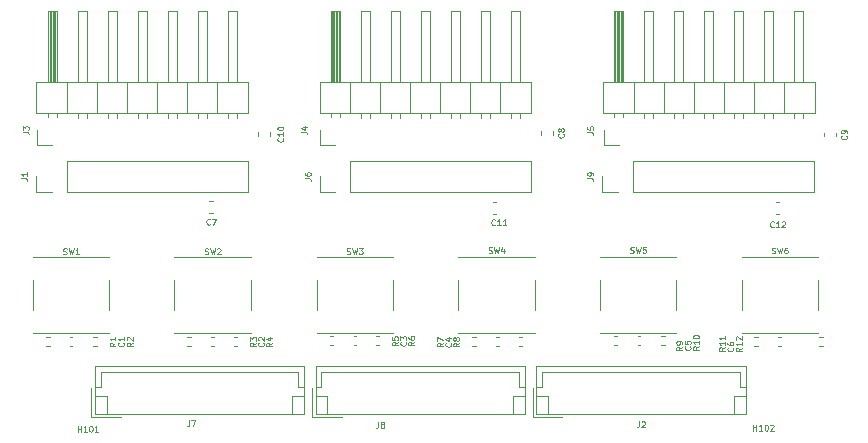
<source format=gbr>
%TF.GenerationSoftware,KiCad,Pcbnew,9.0.0*%
%TF.CreationDate,2025-03-20T15:52:25+01:00*%
%TF.ProjectId,PCB_secondaire,5043425f-7365-4636-9f6e-64616972652e,rev?*%
%TF.SameCoordinates,Original*%
%TF.FileFunction,Legend,Top*%
%TF.FilePolarity,Positive*%
%FSLAX46Y46*%
G04 Gerber Fmt 4.6, Leading zero omitted, Abs format (unit mm)*
G04 Created by KiCad (PCBNEW 9.0.0) date 2025-03-20 15:52:25*
%MOMM*%
%LPD*%
G01*
G04 APERTURE LIST*
%ADD10C,0.125000*%
%ADD11C,0.120000*%
G04 APERTURE END LIST*
D10*
X105814809Y-147073333D02*
X105576714Y-147239999D01*
X105814809Y-147359047D02*
X105314809Y-147359047D01*
X105314809Y-147359047D02*
X105314809Y-147168571D01*
X105314809Y-147168571D02*
X105338619Y-147120952D01*
X105338619Y-147120952D02*
X105362428Y-147097142D01*
X105362428Y-147097142D02*
X105410047Y-147073333D01*
X105410047Y-147073333D02*
X105481476Y-147073333D01*
X105481476Y-147073333D02*
X105529095Y-147097142D01*
X105529095Y-147097142D02*
X105552904Y-147120952D01*
X105552904Y-147120952D02*
X105576714Y-147168571D01*
X105576714Y-147168571D02*
X105576714Y-147359047D01*
X105362428Y-146882856D02*
X105338619Y-146859047D01*
X105338619Y-146859047D02*
X105314809Y-146811428D01*
X105314809Y-146811428D02*
X105314809Y-146692380D01*
X105314809Y-146692380D02*
X105338619Y-146644761D01*
X105338619Y-146644761D02*
X105362428Y-146620952D01*
X105362428Y-146620952D02*
X105410047Y-146597142D01*
X105410047Y-146597142D02*
X105457666Y-146597142D01*
X105457666Y-146597142D02*
X105529095Y-146620952D01*
X105529095Y-146620952D02*
X105814809Y-146906666D01*
X105814809Y-146906666D02*
X105814809Y-146597142D01*
X99933334Y-139581000D02*
X100004762Y-139604809D01*
X100004762Y-139604809D02*
X100123810Y-139604809D01*
X100123810Y-139604809D02*
X100171429Y-139581000D01*
X100171429Y-139581000D02*
X100195238Y-139557190D01*
X100195238Y-139557190D02*
X100219048Y-139509571D01*
X100219048Y-139509571D02*
X100219048Y-139461952D01*
X100219048Y-139461952D02*
X100195238Y-139414333D01*
X100195238Y-139414333D02*
X100171429Y-139390523D01*
X100171429Y-139390523D02*
X100123810Y-139366714D01*
X100123810Y-139366714D02*
X100028572Y-139342904D01*
X100028572Y-139342904D02*
X99980953Y-139319095D01*
X99980953Y-139319095D02*
X99957143Y-139295285D01*
X99957143Y-139295285D02*
X99933334Y-139247666D01*
X99933334Y-139247666D02*
X99933334Y-139200047D01*
X99933334Y-139200047D02*
X99957143Y-139152428D01*
X99957143Y-139152428D02*
X99980953Y-139128619D01*
X99980953Y-139128619D02*
X100028572Y-139104809D01*
X100028572Y-139104809D02*
X100147619Y-139104809D01*
X100147619Y-139104809D02*
X100219048Y-139128619D01*
X100385714Y-139104809D02*
X100504762Y-139604809D01*
X100504762Y-139604809D02*
X100600000Y-139247666D01*
X100600000Y-139247666D02*
X100695238Y-139604809D01*
X100695238Y-139604809D02*
X100814286Y-139104809D01*
X101266667Y-139604809D02*
X100980953Y-139604809D01*
X101123810Y-139604809D02*
X101123810Y-139104809D01*
X101123810Y-139104809D02*
X101076191Y-139176238D01*
X101076191Y-139176238D02*
X101028572Y-139223857D01*
X101028572Y-139223857D02*
X100980953Y-139247666D01*
X117634809Y-147083333D02*
X117396714Y-147249999D01*
X117634809Y-147369047D02*
X117134809Y-147369047D01*
X117134809Y-147369047D02*
X117134809Y-147178571D01*
X117134809Y-147178571D02*
X117158619Y-147130952D01*
X117158619Y-147130952D02*
X117182428Y-147107142D01*
X117182428Y-147107142D02*
X117230047Y-147083333D01*
X117230047Y-147083333D02*
X117301476Y-147083333D01*
X117301476Y-147083333D02*
X117349095Y-147107142D01*
X117349095Y-147107142D02*
X117372904Y-147130952D01*
X117372904Y-147130952D02*
X117396714Y-147178571D01*
X117396714Y-147178571D02*
X117396714Y-147369047D01*
X117301476Y-146654761D02*
X117634809Y-146654761D01*
X117111000Y-146773809D02*
X117468142Y-146892856D01*
X117468142Y-146892856D02*
X117468142Y-146583333D01*
X144314809Y-133166666D02*
X144671952Y-133166666D01*
X144671952Y-133166666D02*
X144743380Y-133190475D01*
X144743380Y-133190475D02*
X144791000Y-133238094D01*
X144791000Y-133238094D02*
X144814809Y-133309523D01*
X144814809Y-133309523D02*
X144814809Y-133357142D01*
X144814809Y-132904761D02*
X144814809Y-132809523D01*
X144814809Y-132809523D02*
X144791000Y-132761904D01*
X144791000Y-132761904D02*
X144767190Y-132738095D01*
X144767190Y-132738095D02*
X144695761Y-132690476D01*
X144695761Y-132690476D02*
X144600523Y-132666666D01*
X144600523Y-132666666D02*
X144410047Y-132666666D01*
X144410047Y-132666666D02*
X144362428Y-132690476D01*
X144362428Y-132690476D02*
X144338619Y-132714285D01*
X144338619Y-132714285D02*
X144314809Y-132761904D01*
X144314809Y-132761904D02*
X144314809Y-132857142D01*
X144314809Y-132857142D02*
X144338619Y-132904761D01*
X144338619Y-132904761D02*
X144362428Y-132928571D01*
X144362428Y-132928571D02*
X144410047Y-132952380D01*
X144410047Y-132952380D02*
X144529095Y-132952380D01*
X144529095Y-132952380D02*
X144576714Y-132928571D01*
X144576714Y-132928571D02*
X144600523Y-132904761D01*
X144600523Y-132904761D02*
X144624333Y-132857142D01*
X144624333Y-132857142D02*
X144624333Y-132761904D01*
X144624333Y-132761904D02*
X144600523Y-132714285D01*
X144600523Y-132714285D02*
X144576714Y-132690476D01*
X144576714Y-132690476D02*
X144529095Y-132666666D01*
X123943334Y-139561000D02*
X124014762Y-139584809D01*
X124014762Y-139584809D02*
X124133810Y-139584809D01*
X124133810Y-139584809D02*
X124181429Y-139561000D01*
X124181429Y-139561000D02*
X124205238Y-139537190D01*
X124205238Y-139537190D02*
X124229048Y-139489571D01*
X124229048Y-139489571D02*
X124229048Y-139441952D01*
X124229048Y-139441952D02*
X124205238Y-139394333D01*
X124205238Y-139394333D02*
X124181429Y-139370523D01*
X124181429Y-139370523D02*
X124133810Y-139346714D01*
X124133810Y-139346714D02*
X124038572Y-139322904D01*
X124038572Y-139322904D02*
X123990953Y-139299095D01*
X123990953Y-139299095D02*
X123967143Y-139275285D01*
X123967143Y-139275285D02*
X123943334Y-139227666D01*
X123943334Y-139227666D02*
X123943334Y-139180047D01*
X123943334Y-139180047D02*
X123967143Y-139132428D01*
X123967143Y-139132428D02*
X123990953Y-139108619D01*
X123990953Y-139108619D02*
X124038572Y-139084809D01*
X124038572Y-139084809D02*
X124157619Y-139084809D01*
X124157619Y-139084809D02*
X124229048Y-139108619D01*
X124395714Y-139084809D02*
X124514762Y-139584809D01*
X124514762Y-139584809D02*
X124610000Y-139227666D01*
X124610000Y-139227666D02*
X124705238Y-139584809D01*
X124705238Y-139584809D02*
X124824286Y-139084809D01*
X124967143Y-139084809D02*
X125276667Y-139084809D01*
X125276667Y-139084809D02*
X125110000Y-139275285D01*
X125110000Y-139275285D02*
X125181429Y-139275285D01*
X125181429Y-139275285D02*
X125229048Y-139299095D01*
X125229048Y-139299095D02*
X125252857Y-139322904D01*
X125252857Y-139322904D02*
X125276667Y-139370523D01*
X125276667Y-139370523D02*
X125276667Y-139489571D01*
X125276667Y-139489571D02*
X125252857Y-139537190D01*
X125252857Y-139537190D02*
X125229048Y-139561000D01*
X125229048Y-139561000D02*
X125181429Y-139584809D01*
X125181429Y-139584809D02*
X125038572Y-139584809D01*
X125038572Y-139584809D02*
X124990953Y-139561000D01*
X124990953Y-139561000D02*
X124967143Y-139537190D01*
X101152857Y-154624809D02*
X101152857Y-154124809D01*
X101152857Y-154362904D02*
X101438571Y-154362904D01*
X101438571Y-154624809D02*
X101438571Y-154124809D01*
X101938572Y-154624809D02*
X101652858Y-154624809D01*
X101795715Y-154624809D02*
X101795715Y-154124809D01*
X101795715Y-154124809D02*
X101748096Y-154196238D01*
X101748096Y-154196238D02*
X101700477Y-154243857D01*
X101700477Y-154243857D02*
X101652858Y-154267666D01*
X102248095Y-154124809D02*
X102295714Y-154124809D01*
X102295714Y-154124809D02*
X102343333Y-154148619D01*
X102343333Y-154148619D02*
X102367143Y-154172428D01*
X102367143Y-154172428D02*
X102390952Y-154220047D01*
X102390952Y-154220047D02*
X102414762Y-154315285D01*
X102414762Y-154315285D02*
X102414762Y-154434333D01*
X102414762Y-154434333D02*
X102390952Y-154529571D01*
X102390952Y-154529571D02*
X102367143Y-154577190D01*
X102367143Y-154577190D02*
X102343333Y-154601000D01*
X102343333Y-154601000D02*
X102295714Y-154624809D01*
X102295714Y-154624809D02*
X102248095Y-154624809D01*
X102248095Y-154624809D02*
X102200476Y-154601000D01*
X102200476Y-154601000D02*
X102176667Y-154577190D01*
X102176667Y-154577190D02*
X102152857Y-154529571D01*
X102152857Y-154529571D02*
X102129048Y-154434333D01*
X102129048Y-154434333D02*
X102129048Y-154315285D01*
X102129048Y-154315285D02*
X102152857Y-154220047D01*
X102152857Y-154220047D02*
X102176667Y-154172428D01*
X102176667Y-154172428D02*
X102200476Y-154148619D01*
X102200476Y-154148619D02*
X102248095Y-154124809D01*
X102890952Y-154624809D02*
X102605238Y-154624809D01*
X102748095Y-154624809D02*
X102748095Y-154124809D01*
X102748095Y-154124809D02*
X102700476Y-154196238D01*
X102700476Y-154196238D02*
X102652857Y-154243857D01*
X102652857Y-154243857D02*
X102605238Y-154267666D01*
X116264809Y-147083333D02*
X116026714Y-147249999D01*
X116264809Y-147369047D02*
X115764809Y-147369047D01*
X115764809Y-147369047D02*
X115764809Y-147178571D01*
X115764809Y-147178571D02*
X115788619Y-147130952D01*
X115788619Y-147130952D02*
X115812428Y-147107142D01*
X115812428Y-147107142D02*
X115860047Y-147083333D01*
X115860047Y-147083333D02*
X115931476Y-147083333D01*
X115931476Y-147083333D02*
X115979095Y-147107142D01*
X115979095Y-147107142D02*
X116002904Y-147130952D01*
X116002904Y-147130952D02*
X116026714Y-147178571D01*
X116026714Y-147178571D02*
X116026714Y-147369047D01*
X115764809Y-146916666D02*
X115764809Y-146607142D01*
X115764809Y-146607142D02*
X115955285Y-146773809D01*
X115955285Y-146773809D02*
X115955285Y-146702380D01*
X115955285Y-146702380D02*
X115979095Y-146654761D01*
X115979095Y-146654761D02*
X116002904Y-146630952D01*
X116002904Y-146630952D02*
X116050523Y-146607142D01*
X116050523Y-146607142D02*
X116169571Y-146607142D01*
X116169571Y-146607142D02*
X116217190Y-146630952D01*
X116217190Y-146630952D02*
X116241000Y-146654761D01*
X116241000Y-146654761D02*
X116264809Y-146702380D01*
X116264809Y-146702380D02*
X116264809Y-146845237D01*
X116264809Y-146845237D02*
X116241000Y-146892856D01*
X116241000Y-146892856D02*
X116217190Y-146916666D01*
X158342857Y-154524809D02*
X158342857Y-154024809D01*
X158342857Y-154262904D02*
X158628571Y-154262904D01*
X158628571Y-154524809D02*
X158628571Y-154024809D01*
X159128572Y-154524809D02*
X158842858Y-154524809D01*
X158985715Y-154524809D02*
X158985715Y-154024809D01*
X158985715Y-154024809D02*
X158938096Y-154096238D01*
X158938096Y-154096238D02*
X158890477Y-154143857D01*
X158890477Y-154143857D02*
X158842858Y-154167666D01*
X159438095Y-154024809D02*
X159485714Y-154024809D01*
X159485714Y-154024809D02*
X159533333Y-154048619D01*
X159533333Y-154048619D02*
X159557143Y-154072428D01*
X159557143Y-154072428D02*
X159580952Y-154120047D01*
X159580952Y-154120047D02*
X159604762Y-154215285D01*
X159604762Y-154215285D02*
X159604762Y-154334333D01*
X159604762Y-154334333D02*
X159580952Y-154429571D01*
X159580952Y-154429571D02*
X159557143Y-154477190D01*
X159557143Y-154477190D02*
X159533333Y-154501000D01*
X159533333Y-154501000D02*
X159485714Y-154524809D01*
X159485714Y-154524809D02*
X159438095Y-154524809D01*
X159438095Y-154524809D02*
X159390476Y-154501000D01*
X159390476Y-154501000D02*
X159366667Y-154477190D01*
X159366667Y-154477190D02*
X159342857Y-154429571D01*
X159342857Y-154429571D02*
X159319048Y-154334333D01*
X159319048Y-154334333D02*
X159319048Y-154215285D01*
X159319048Y-154215285D02*
X159342857Y-154120047D01*
X159342857Y-154120047D02*
X159366667Y-154072428D01*
X159366667Y-154072428D02*
X159390476Y-154048619D01*
X159390476Y-154048619D02*
X159438095Y-154024809D01*
X159795238Y-154072428D02*
X159819047Y-154048619D01*
X159819047Y-154048619D02*
X159866666Y-154024809D01*
X159866666Y-154024809D02*
X159985714Y-154024809D01*
X159985714Y-154024809D02*
X160033333Y-154048619D01*
X160033333Y-154048619D02*
X160057142Y-154072428D01*
X160057142Y-154072428D02*
X160080952Y-154120047D01*
X160080952Y-154120047D02*
X160080952Y-154167666D01*
X160080952Y-154167666D02*
X160057142Y-154239095D01*
X160057142Y-154239095D02*
X159771428Y-154524809D01*
X159771428Y-154524809D02*
X160080952Y-154524809D01*
X157364809Y-147501428D02*
X157126714Y-147668094D01*
X157364809Y-147787142D02*
X156864809Y-147787142D01*
X156864809Y-147787142D02*
X156864809Y-147596666D01*
X156864809Y-147596666D02*
X156888619Y-147549047D01*
X156888619Y-147549047D02*
X156912428Y-147525237D01*
X156912428Y-147525237D02*
X156960047Y-147501428D01*
X156960047Y-147501428D02*
X157031476Y-147501428D01*
X157031476Y-147501428D02*
X157079095Y-147525237D01*
X157079095Y-147525237D02*
X157102904Y-147549047D01*
X157102904Y-147549047D02*
X157126714Y-147596666D01*
X157126714Y-147596666D02*
X157126714Y-147787142D01*
X157364809Y-147025237D02*
X157364809Y-147310951D01*
X157364809Y-147168094D02*
X156864809Y-147168094D01*
X156864809Y-147168094D02*
X156936238Y-147215713D01*
X156936238Y-147215713D02*
X156983857Y-147263332D01*
X156983857Y-147263332D02*
X157007666Y-147310951D01*
X156912428Y-146834761D02*
X156888619Y-146810952D01*
X156888619Y-146810952D02*
X156864809Y-146763333D01*
X156864809Y-146763333D02*
X156864809Y-146644285D01*
X156864809Y-146644285D02*
X156888619Y-146596666D01*
X156888619Y-146596666D02*
X156912428Y-146572857D01*
X156912428Y-146572857D02*
X156960047Y-146549047D01*
X156960047Y-146549047D02*
X157007666Y-146549047D01*
X157007666Y-146549047D02*
X157079095Y-146572857D01*
X157079095Y-146572857D02*
X157364809Y-146858571D01*
X157364809Y-146858571D02*
X157364809Y-146549047D01*
X120064809Y-129266666D02*
X120421952Y-129266666D01*
X120421952Y-129266666D02*
X120493380Y-129290475D01*
X120493380Y-129290475D02*
X120541000Y-129338094D01*
X120541000Y-129338094D02*
X120564809Y-129409523D01*
X120564809Y-129409523D02*
X120564809Y-129457142D01*
X120231476Y-128814285D02*
X120564809Y-128814285D01*
X120041000Y-128933333D02*
X120398142Y-129052380D01*
X120398142Y-129052380D02*
X120398142Y-128742857D01*
X156617190Y-147503333D02*
X156641000Y-147527142D01*
X156641000Y-147527142D02*
X156664809Y-147598571D01*
X156664809Y-147598571D02*
X156664809Y-147646190D01*
X156664809Y-147646190D02*
X156641000Y-147717618D01*
X156641000Y-147717618D02*
X156593380Y-147765237D01*
X156593380Y-147765237D02*
X156545761Y-147789047D01*
X156545761Y-147789047D02*
X156450523Y-147812856D01*
X156450523Y-147812856D02*
X156379095Y-147812856D01*
X156379095Y-147812856D02*
X156283857Y-147789047D01*
X156283857Y-147789047D02*
X156236238Y-147765237D01*
X156236238Y-147765237D02*
X156188619Y-147717618D01*
X156188619Y-147717618D02*
X156164809Y-147646190D01*
X156164809Y-147646190D02*
X156164809Y-147598571D01*
X156164809Y-147598571D02*
X156188619Y-147527142D01*
X156188619Y-147527142D02*
X156212428Y-147503333D01*
X156164809Y-147074761D02*
X156164809Y-147169999D01*
X156164809Y-147169999D02*
X156188619Y-147217618D01*
X156188619Y-147217618D02*
X156212428Y-147241428D01*
X156212428Y-147241428D02*
X156283857Y-147289047D01*
X156283857Y-147289047D02*
X156379095Y-147312856D01*
X156379095Y-147312856D02*
X156569571Y-147312856D01*
X156569571Y-147312856D02*
X156617190Y-147289047D01*
X156617190Y-147289047D02*
X156641000Y-147265237D01*
X156641000Y-147265237D02*
X156664809Y-147217618D01*
X156664809Y-147217618D02*
X156664809Y-147122380D01*
X156664809Y-147122380D02*
X156641000Y-147074761D01*
X156641000Y-147074761D02*
X156617190Y-147050952D01*
X156617190Y-147050952D02*
X156569571Y-147027142D01*
X156569571Y-147027142D02*
X156450523Y-147027142D01*
X156450523Y-147027142D02*
X156402904Y-147050952D01*
X156402904Y-147050952D02*
X156379095Y-147074761D01*
X156379095Y-147074761D02*
X156355285Y-147122380D01*
X156355285Y-147122380D02*
X156355285Y-147217618D01*
X156355285Y-147217618D02*
X156379095Y-147265237D01*
X156379095Y-147265237D02*
X156402904Y-147289047D01*
X156402904Y-147289047D02*
X156450523Y-147312856D01*
X166247190Y-129563333D02*
X166271000Y-129587142D01*
X166271000Y-129587142D02*
X166294809Y-129658571D01*
X166294809Y-129658571D02*
X166294809Y-129706190D01*
X166294809Y-129706190D02*
X166271000Y-129777618D01*
X166271000Y-129777618D02*
X166223380Y-129825237D01*
X166223380Y-129825237D02*
X166175761Y-129849047D01*
X166175761Y-129849047D02*
X166080523Y-129872856D01*
X166080523Y-129872856D02*
X166009095Y-129872856D01*
X166009095Y-129872856D02*
X165913857Y-129849047D01*
X165913857Y-129849047D02*
X165866238Y-129825237D01*
X165866238Y-129825237D02*
X165818619Y-129777618D01*
X165818619Y-129777618D02*
X165794809Y-129706190D01*
X165794809Y-129706190D02*
X165794809Y-129658571D01*
X165794809Y-129658571D02*
X165818619Y-129587142D01*
X165818619Y-129587142D02*
X165842428Y-129563333D01*
X166294809Y-129325237D02*
X166294809Y-129229999D01*
X166294809Y-129229999D02*
X166271000Y-129182380D01*
X166271000Y-129182380D02*
X166247190Y-129158571D01*
X166247190Y-129158571D02*
X166175761Y-129110952D01*
X166175761Y-129110952D02*
X166080523Y-129087142D01*
X166080523Y-129087142D02*
X165890047Y-129087142D01*
X165890047Y-129087142D02*
X165842428Y-129110952D01*
X165842428Y-129110952D02*
X165818619Y-129134761D01*
X165818619Y-129134761D02*
X165794809Y-129182380D01*
X165794809Y-129182380D02*
X165794809Y-129277618D01*
X165794809Y-129277618D02*
X165818619Y-129325237D01*
X165818619Y-129325237D02*
X165842428Y-129349047D01*
X165842428Y-129349047D02*
X165890047Y-129372856D01*
X165890047Y-129372856D02*
X166009095Y-129372856D01*
X166009095Y-129372856D02*
X166056714Y-129349047D01*
X166056714Y-129349047D02*
X166080523Y-129325237D01*
X166080523Y-129325237D02*
X166104333Y-129277618D01*
X166104333Y-129277618D02*
X166104333Y-129182380D01*
X166104333Y-129182380D02*
X166080523Y-129134761D01*
X166080523Y-129134761D02*
X166056714Y-129110952D01*
X166056714Y-129110952D02*
X166009095Y-129087142D01*
X159943334Y-139511000D02*
X160014762Y-139534809D01*
X160014762Y-139534809D02*
X160133810Y-139534809D01*
X160133810Y-139534809D02*
X160181429Y-139511000D01*
X160181429Y-139511000D02*
X160205238Y-139487190D01*
X160205238Y-139487190D02*
X160229048Y-139439571D01*
X160229048Y-139439571D02*
X160229048Y-139391952D01*
X160229048Y-139391952D02*
X160205238Y-139344333D01*
X160205238Y-139344333D02*
X160181429Y-139320523D01*
X160181429Y-139320523D02*
X160133810Y-139296714D01*
X160133810Y-139296714D02*
X160038572Y-139272904D01*
X160038572Y-139272904D02*
X159990953Y-139249095D01*
X159990953Y-139249095D02*
X159967143Y-139225285D01*
X159967143Y-139225285D02*
X159943334Y-139177666D01*
X159943334Y-139177666D02*
X159943334Y-139130047D01*
X159943334Y-139130047D02*
X159967143Y-139082428D01*
X159967143Y-139082428D02*
X159990953Y-139058619D01*
X159990953Y-139058619D02*
X160038572Y-139034809D01*
X160038572Y-139034809D02*
X160157619Y-139034809D01*
X160157619Y-139034809D02*
X160229048Y-139058619D01*
X160395714Y-139034809D02*
X160514762Y-139534809D01*
X160514762Y-139534809D02*
X160610000Y-139177666D01*
X160610000Y-139177666D02*
X160705238Y-139534809D01*
X160705238Y-139534809D02*
X160824286Y-139034809D01*
X161229048Y-139034809D02*
X161133810Y-139034809D01*
X161133810Y-139034809D02*
X161086191Y-139058619D01*
X161086191Y-139058619D02*
X161062381Y-139082428D01*
X161062381Y-139082428D02*
X161014762Y-139153857D01*
X161014762Y-139153857D02*
X160990953Y-139249095D01*
X160990953Y-139249095D02*
X160990953Y-139439571D01*
X160990953Y-139439571D02*
X161014762Y-139487190D01*
X161014762Y-139487190D02*
X161038572Y-139511000D01*
X161038572Y-139511000D02*
X161086191Y-139534809D01*
X161086191Y-139534809D02*
X161181429Y-139534809D01*
X161181429Y-139534809D02*
X161229048Y-139511000D01*
X161229048Y-139511000D02*
X161252857Y-139487190D01*
X161252857Y-139487190D02*
X161276667Y-139439571D01*
X161276667Y-139439571D02*
X161276667Y-139320523D01*
X161276667Y-139320523D02*
X161252857Y-139272904D01*
X161252857Y-139272904D02*
X161229048Y-139249095D01*
X161229048Y-139249095D02*
X161181429Y-139225285D01*
X161181429Y-139225285D02*
X161086191Y-139225285D01*
X161086191Y-139225285D02*
X161038572Y-139249095D01*
X161038572Y-139249095D02*
X161014762Y-139272904D01*
X161014762Y-139272904D02*
X160990953Y-139320523D01*
X110593333Y-153674809D02*
X110593333Y-154031952D01*
X110593333Y-154031952D02*
X110569524Y-154103380D01*
X110569524Y-154103380D02*
X110521905Y-154151000D01*
X110521905Y-154151000D02*
X110450476Y-154174809D01*
X110450476Y-154174809D02*
X110402857Y-154174809D01*
X110783809Y-153674809D02*
X111117142Y-153674809D01*
X111117142Y-153674809D02*
X110902857Y-154174809D01*
X153017190Y-147403333D02*
X153041000Y-147427142D01*
X153041000Y-147427142D02*
X153064809Y-147498571D01*
X153064809Y-147498571D02*
X153064809Y-147546190D01*
X153064809Y-147546190D02*
X153041000Y-147617618D01*
X153041000Y-147617618D02*
X152993380Y-147665237D01*
X152993380Y-147665237D02*
X152945761Y-147689047D01*
X152945761Y-147689047D02*
X152850523Y-147712856D01*
X152850523Y-147712856D02*
X152779095Y-147712856D01*
X152779095Y-147712856D02*
X152683857Y-147689047D01*
X152683857Y-147689047D02*
X152636238Y-147665237D01*
X152636238Y-147665237D02*
X152588619Y-147617618D01*
X152588619Y-147617618D02*
X152564809Y-147546190D01*
X152564809Y-147546190D02*
X152564809Y-147498571D01*
X152564809Y-147498571D02*
X152588619Y-147427142D01*
X152588619Y-147427142D02*
X152612428Y-147403333D01*
X152564809Y-146950952D02*
X152564809Y-147189047D01*
X152564809Y-147189047D02*
X152802904Y-147212856D01*
X152802904Y-147212856D02*
X152779095Y-147189047D01*
X152779095Y-147189047D02*
X152755285Y-147141428D01*
X152755285Y-147141428D02*
X152755285Y-147022380D01*
X152755285Y-147022380D02*
X152779095Y-146974761D01*
X152779095Y-146974761D02*
X152802904Y-146950952D01*
X152802904Y-146950952D02*
X152850523Y-146927142D01*
X152850523Y-146927142D02*
X152969571Y-146927142D01*
X152969571Y-146927142D02*
X153017190Y-146950952D01*
X153017190Y-146950952D02*
X153041000Y-146974761D01*
X153041000Y-146974761D02*
X153064809Y-147022380D01*
X153064809Y-147022380D02*
X153064809Y-147141428D01*
X153064809Y-147141428D02*
X153041000Y-147189047D01*
X153041000Y-147189047D02*
X153017190Y-147212856D01*
X128274809Y-147033333D02*
X128036714Y-147199999D01*
X128274809Y-147319047D02*
X127774809Y-147319047D01*
X127774809Y-147319047D02*
X127774809Y-147128571D01*
X127774809Y-147128571D02*
X127798619Y-147080952D01*
X127798619Y-147080952D02*
X127822428Y-147057142D01*
X127822428Y-147057142D02*
X127870047Y-147033333D01*
X127870047Y-147033333D02*
X127941476Y-147033333D01*
X127941476Y-147033333D02*
X127989095Y-147057142D01*
X127989095Y-147057142D02*
X128012904Y-147080952D01*
X128012904Y-147080952D02*
X128036714Y-147128571D01*
X128036714Y-147128571D02*
X128036714Y-147319047D01*
X127774809Y-146580952D02*
X127774809Y-146819047D01*
X127774809Y-146819047D02*
X128012904Y-146842856D01*
X128012904Y-146842856D02*
X127989095Y-146819047D01*
X127989095Y-146819047D02*
X127965285Y-146771428D01*
X127965285Y-146771428D02*
X127965285Y-146652380D01*
X127965285Y-146652380D02*
X127989095Y-146604761D01*
X127989095Y-146604761D02*
X128012904Y-146580952D01*
X128012904Y-146580952D02*
X128060523Y-146557142D01*
X128060523Y-146557142D02*
X128179571Y-146557142D01*
X128179571Y-146557142D02*
X128227190Y-146580952D01*
X128227190Y-146580952D02*
X128251000Y-146604761D01*
X128251000Y-146604761D02*
X128274809Y-146652380D01*
X128274809Y-146652380D02*
X128274809Y-146771428D01*
X128274809Y-146771428D02*
X128251000Y-146819047D01*
X128251000Y-146819047D02*
X128227190Y-146842856D01*
X136488571Y-137107190D02*
X136464762Y-137131000D01*
X136464762Y-137131000D02*
X136393333Y-137154809D01*
X136393333Y-137154809D02*
X136345714Y-137154809D01*
X136345714Y-137154809D02*
X136274286Y-137131000D01*
X136274286Y-137131000D02*
X136226667Y-137083380D01*
X136226667Y-137083380D02*
X136202857Y-137035761D01*
X136202857Y-137035761D02*
X136179048Y-136940523D01*
X136179048Y-136940523D02*
X136179048Y-136869095D01*
X136179048Y-136869095D02*
X136202857Y-136773857D01*
X136202857Y-136773857D02*
X136226667Y-136726238D01*
X136226667Y-136726238D02*
X136274286Y-136678619D01*
X136274286Y-136678619D02*
X136345714Y-136654809D01*
X136345714Y-136654809D02*
X136393333Y-136654809D01*
X136393333Y-136654809D02*
X136464762Y-136678619D01*
X136464762Y-136678619D02*
X136488571Y-136702428D01*
X136964762Y-137154809D02*
X136679048Y-137154809D01*
X136821905Y-137154809D02*
X136821905Y-136654809D01*
X136821905Y-136654809D02*
X136774286Y-136726238D01*
X136774286Y-136726238D02*
X136726667Y-136773857D01*
X136726667Y-136773857D02*
X136679048Y-136797666D01*
X137440952Y-137154809D02*
X137155238Y-137154809D01*
X137298095Y-137154809D02*
X137298095Y-136654809D01*
X137298095Y-136654809D02*
X137250476Y-136726238D01*
X137250476Y-136726238D02*
X137202857Y-136773857D01*
X137202857Y-136773857D02*
X137155238Y-136797666D01*
X135943334Y-139481000D02*
X136014762Y-139504809D01*
X136014762Y-139504809D02*
X136133810Y-139504809D01*
X136133810Y-139504809D02*
X136181429Y-139481000D01*
X136181429Y-139481000D02*
X136205238Y-139457190D01*
X136205238Y-139457190D02*
X136229048Y-139409571D01*
X136229048Y-139409571D02*
X136229048Y-139361952D01*
X136229048Y-139361952D02*
X136205238Y-139314333D01*
X136205238Y-139314333D02*
X136181429Y-139290523D01*
X136181429Y-139290523D02*
X136133810Y-139266714D01*
X136133810Y-139266714D02*
X136038572Y-139242904D01*
X136038572Y-139242904D02*
X135990953Y-139219095D01*
X135990953Y-139219095D02*
X135967143Y-139195285D01*
X135967143Y-139195285D02*
X135943334Y-139147666D01*
X135943334Y-139147666D02*
X135943334Y-139100047D01*
X135943334Y-139100047D02*
X135967143Y-139052428D01*
X135967143Y-139052428D02*
X135990953Y-139028619D01*
X135990953Y-139028619D02*
X136038572Y-139004809D01*
X136038572Y-139004809D02*
X136157619Y-139004809D01*
X136157619Y-139004809D02*
X136229048Y-139028619D01*
X136395714Y-139004809D02*
X136514762Y-139504809D01*
X136514762Y-139504809D02*
X136610000Y-139147666D01*
X136610000Y-139147666D02*
X136705238Y-139504809D01*
X136705238Y-139504809D02*
X136824286Y-139004809D01*
X137229048Y-139171476D02*
X137229048Y-139504809D01*
X137110000Y-138981000D02*
X136990953Y-139338142D01*
X136990953Y-139338142D02*
X137300476Y-139338142D01*
X105027190Y-147083333D02*
X105051000Y-147107142D01*
X105051000Y-147107142D02*
X105074809Y-147178571D01*
X105074809Y-147178571D02*
X105074809Y-147226190D01*
X105074809Y-147226190D02*
X105051000Y-147297618D01*
X105051000Y-147297618D02*
X105003380Y-147345237D01*
X105003380Y-147345237D02*
X104955761Y-147369047D01*
X104955761Y-147369047D02*
X104860523Y-147392856D01*
X104860523Y-147392856D02*
X104789095Y-147392856D01*
X104789095Y-147392856D02*
X104693857Y-147369047D01*
X104693857Y-147369047D02*
X104646238Y-147345237D01*
X104646238Y-147345237D02*
X104598619Y-147297618D01*
X104598619Y-147297618D02*
X104574809Y-147226190D01*
X104574809Y-147226190D02*
X104574809Y-147178571D01*
X104574809Y-147178571D02*
X104598619Y-147107142D01*
X104598619Y-147107142D02*
X104622428Y-147083333D01*
X105074809Y-146607142D02*
X105074809Y-146892856D01*
X105074809Y-146749999D02*
X104574809Y-146749999D01*
X104574809Y-146749999D02*
X104646238Y-146797618D01*
X104646238Y-146797618D02*
X104693857Y-146845237D01*
X104693857Y-146845237D02*
X104717666Y-146892856D01*
X147943334Y-139461000D02*
X148014762Y-139484809D01*
X148014762Y-139484809D02*
X148133810Y-139484809D01*
X148133810Y-139484809D02*
X148181429Y-139461000D01*
X148181429Y-139461000D02*
X148205238Y-139437190D01*
X148205238Y-139437190D02*
X148229048Y-139389571D01*
X148229048Y-139389571D02*
X148229048Y-139341952D01*
X148229048Y-139341952D02*
X148205238Y-139294333D01*
X148205238Y-139294333D02*
X148181429Y-139270523D01*
X148181429Y-139270523D02*
X148133810Y-139246714D01*
X148133810Y-139246714D02*
X148038572Y-139222904D01*
X148038572Y-139222904D02*
X147990953Y-139199095D01*
X147990953Y-139199095D02*
X147967143Y-139175285D01*
X147967143Y-139175285D02*
X147943334Y-139127666D01*
X147943334Y-139127666D02*
X147943334Y-139080047D01*
X147943334Y-139080047D02*
X147967143Y-139032428D01*
X147967143Y-139032428D02*
X147990953Y-139008619D01*
X147990953Y-139008619D02*
X148038572Y-138984809D01*
X148038572Y-138984809D02*
X148157619Y-138984809D01*
X148157619Y-138984809D02*
X148229048Y-139008619D01*
X148395714Y-138984809D02*
X148514762Y-139484809D01*
X148514762Y-139484809D02*
X148610000Y-139127666D01*
X148610000Y-139127666D02*
X148705238Y-139484809D01*
X148705238Y-139484809D02*
X148824286Y-138984809D01*
X149252857Y-138984809D02*
X149014762Y-138984809D01*
X149014762Y-138984809D02*
X148990953Y-139222904D01*
X148990953Y-139222904D02*
X149014762Y-139199095D01*
X149014762Y-139199095D02*
X149062381Y-139175285D01*
X149062381Y-139175285D02*
X149181429Y-139175285D01*
X149181429Y-139175285D02*
X149229048Y-139199095D01*
X149229048Y-139199095D02*
X149252857Y-139222904D01*
X149252857Y-139222904D02*
X149276667Y-139270523D01*
X149276667Y-139270523D02*
X149276667Y-139389571D01*
X149276667Y-139389571D02*
X149252857Y-139437190D01*
X149252857Y-139437190D02*
X149229048Y-139461000D01*
X149229048Y-139461000D02*
X149181429Y-139484809D01*
X149181429Y-139484809D02*
X149062381Y-139484809D01*
X149062381Y-139484809D02*
X149014762Y-139461000D01*
X149014762Y-139461000D02*
X148990953Y-139437190D01*
X132737190Y-147113333D02*
X132761000Y-147137142D01*
X132761000Y-147137142D02*
X132784809Y-147208571D01*
X132784809Y-147208571D02*
X132784809Y-147256190D01*
X132784809Y-147256190D02*
X132761000Y-147327618D01*
X132761000Y-147327618D02*
X132713380Y-147375237D01*
X132713380Y-147375237D02*
X132665761Y-147399047D01*
X132665761Y-147399047D02*
X132570523Y-147422856D01*
X132570523Y-147422856D02*
X132499095Y-147422856D01*
X132499095Y-147422856D02*
X132403857Y-147399047D01*
X132403857Y-147399047D02*
X132356238Y-147375237D01*
X132356238Y-147375237D02*
X132308619Y-147327618D01*
X132308619Y-147327618D02*
X132284809Y-147256190D01*
X132284809Y-147256190D02*
X132284809Y-147208571D01*
X132284809Y-147208571D02*
X132308619Y-147137142D01*
X132308619Y-147137142D02*
X132332428Y-147113333D01*
X132451476Y-146684761D02*
X132784809Y-146684761D01*
X132261000Y-146803809D02*
X132618142Y-146922856D01*
X132618142Y-146922856D02*
X132618142Y-146613333D01*
X128937190Y-147023333D02*
X128961000Y-147047142D01*
X128961000Y-147047142D02*
X128984809Y-147118571D01*
X128984809Y-147118571D02*
X128984809Y-147166190D01*
X128984809Y-147166190D02*
X128961000Y-147237618D01*
X128961000Y-147237618D02*
X128913380Y-147285237D01*
X128913380Y-147285237D02*
X128865761Y-147309047D01*
X128865761Y-147309047D02*
X128770523Y-147332856D01*
X128770523Y-147332856D02*
X128699095Y-147332856D01*
X128699095Y-147332856D02*
X128603857Y-147309047D01*
X128603857Y-147309047D02*
X128556238Y-147285237D01*
X128556238Y-147285237D02*
X128508619Y-147237618D01*
X128508619Y-147237618D02*
X128484809Y-147166190D01*
X128484809Y-147166190D02*
X128484809Y-147118571D01*
X128484809Y-147118571D02*
X128508619Y-147047142D01*
X128508619Y-147047142D02*
X128532428Y-147023333D01*
X128484809Y-146856666D02*
X128484809Y-146547142D01*
X128484809Y-146547142D02*
X128675285Y-146713809D01*
X128675285Y-146713809D02*
X128675285Y-146642380D01*
X128675285Y-146642380D02*
X128699095Y-146594761D01*
X128699095Y-146594761D02*
X128722904Y-146570952D01*
X128722904Y-146570952D02*
X128770523Y-146547142D01*
X128770523Y-146547142D02*
X128889571Y-146547142D01*
X128889571Y-146547142D02*
X128937190Y-146570952D01*
X128937190Y-146570952D02*
X128961000Y-146594761D01*
X128961000Y-146594761D02*
X128984809Y-146642380D01*
X128984809Y-146642380D02*
X128984809Y-146785237D01*
X128984809Y-146785237D02*
X128961000Y-146832856D01*
X128961000Y-146832856D02*
X128937190Y-146856666D01*
X160098571Y-137257190D02*
X160074762Y-137281000D01*
X160074762Y-137281000D02*
X160003333Y-137304809D01*
X160003333Y-137304809D02*
X159955714Y-137304809D01*
X159955714Y-137304809D02*
X159884286Y-137281000D01*
X159884286Y-137281000D02*
X159836667Y-137233380D01*
X159836667Y-137233380D02*
X159812857Y-137185761D01*
X159812857Y-137185761D02*
X159789048Y-137090523D01*
X159789048Y-137090523D02*
X159789048Y-137019095D01*
X159789048Y-137019095D02*
X159812857Y-136923857D01*
X159812857Y-136923857D02*
X159836667Y-136876238D01*
X159836667Y-136876238D02*
X159884286Y-136828619D01*
X159884286Y-136828619D02*
X159955714Y-136804809D01*
X159955714Y-136804809D02*
X160003333Y-136804809D01*
X160003333Y-136804809D02*
X160074762Y-136828619D01*
X160074762Y-136828619D02*
X160098571Y-136852428D01*
X160574762Y-137304809D02*
X160289048Y-137304809D01*
X160431905Y-137304809D02*
X160431905Y-136804809D01*
X160431905Y-136804809D02*
X160384286Y-136876238D01*
X160384286Y-136876238D02*
X160336667Y-136923857D01*
X160336667Y-136923857D02*
X160289048Y-136947666D01*
X160765238Y-136852428D02*
X160789047Y-136828619D01*
X160789047Y-136828619D02*
X160836666Y-136804809D01*
X160836666Y-136804809D02*
X160955714Y-136804809D01*
X160955714Y-136804809D02*
X161003333Y-136828619D01*
X161003333Y-136828619D02*
X161027142Y-136852428D01*
X161027142Y-136852428D02*
X161050952Y-136900047D01*
X161050952Y-136900047D02*
X161050952Y-136947666D01*
X161050952Y-136947666D02*
X161027142Y-137019095D01*
X161027142Y-137019095D02*
X160741428Y-137304809D01*
X160741428Y-137304809D02*
X161050952Y-137304809D01*
X132094809Y-147123333D02*
X131856714Y-147289999D01*
X132094809Y-147409047D02*
X131594809Y-147409047D01*
X131594809Y-147409047D02*
X131594809Y-147218571D01*
X131594809Y-147218571D02*
X131618619Y-147170952D01*
X131618619Y-147170952D02*
X131642428Y-147147142D01*
X131642428Y-147147142D02*
X131690047Y-147123333D01*
X131690047Y-147123333D02*
X131761476Y-147123333D01*
X131761476Y-147123333D02*
X131809095Y-147147142D01*
X131809095Y-147147142D02*
X131832904Y-147170952D01*
X131832904Y-147170952D02*
X131856714Y-147218571D01*
X131856714Y-147218571D02*
X131856714Y-147409047D01*
X131594809Y-146956666D02*
X131594809Y-146623333D01*
X131594809Y-146623333D02*
X132094809Y-146837618D01*
X116887190Y-147083333D02*
X116911000Y-147107142D01*
X116911000Y-147107142D02*
X116934809Y-147178571D01*
X116934809Y-147178571D02*
X116934809Y-147226190D01*
X116934809Y-147226190D02*
X116911000Y-147297618D01*
X116911000Y-147297618D02*
X116863380Y-147345237D01*
X116863380Y-147345237D02*
X116815761Y-147369047D01*
X116815761Y-147369047D02*
X116720523Y-147392856D01*
X116720523Y-147392856D02*
X116649095Y-147392856D01*
X116649095Y-147392856D02*
X116553857Y-147369047D01*
X116553857Y-147369047D02*
X116506238Y-147345237D01*
X116506238Y-147345237D02*
X116458619Y-147297618D01*
X116458619Y-147297618D02*
X116434809Y-147226190D01*
X116434809Y-147226190D02*
X116434809Y-147178571D01*
X116434809Y-147178571D02*
X116458619Y-147107142D01*
X116458619Y-147107142D02*
X116482428Y-147083333D01*
X116482428Y-146892856D02*
X116458619Y-146869047D01*
X116458619Y-146869047D02*
X116434809Y-146821428D01*
X116434809Y-146821428D02*
X116434809Y-146702380D01*
X116434809Y-146702380D02*
X116458619Y-146654761D01*
X116458619Y-146654761D02*
X116482428Y-146630952D01*
X116482428Y-146630952D02*
X116530047Y-146607142D01*
X116530047Y-146607142D02*
X116577666Y-146607142D01*
X116577666Y-146607142D02*
X116649095Y-146630952D01*
X116649095Y-146630952D02*
X116934809Y-146916666D01*
X116934809Y-146916666D02*
X116934809Y-146607142D01*
X129654809Y-147013333D02*
X129416714Y-147179999D01*
X129654809Y-147299047D02*
X129154809Y-147299047D01*
X129154809Y-147299047D02*
X129154809Y-147108571D01*
X129154809Y-147108571D02*
X129178619Y-147060952D01*
X129178619Y-147060952D02*
X129202428Y-147037142D01*
X129202428Y-147037142D02*
X129250047Y-147013333D01*
X129250047Y-147013333D02*
X129321476Y-147013333D01*
X129321476Y-147013333D02*
X129369095Y-147037142D01*
X129369095Y-147037142D02*
X129392904Y-147060952D01*
X129392904Y-147060952D02*
X129416714Y-147108571D01*
X129416714Y-147108571D02*
X129416714Y-147299047D01*
X129154809Y-146584761D02*
X129154809Y-146679999D01*
X129154809Y-146679999D02*
X129178619Y-146727618D01*
X129178619Y-146727618D02*
X129202428Y-146751428D01*
X129202428Y-146751428D02*
X129273857Y-146799047D01*
X129273857Y-146799047D02*
X129369095Y-146822856D01*
X129369095Y-146822856D02*
X129559571Y-146822856D01*
X129559571Y-146822856D02*
X129607190Y-146799047D01*
X129607190Y-146799047D02*
X129631000Y-146775237D01*
X129631000Y-146775237D02*
X129654809Y-146727618D01*
X129654809Y-146727618D02*
X129654809Y-146632380D01*
X129654809Y-146632380D02*
X129631000Y-146584761D01*
X129631000Y-146584761D02*
X129607190Y-146560952D01*
X129607190Y-146560952D02*
X129559571Y-146537142D01*
X129559571Y-146537142D02*
X129440523Y-146537142D01*
X129440523Y-146537142D02*
X129392904Y-146560952D01*
X129392904Y-146560952D02*
X129369095Y-146584761D01*
X129369095Y-146584761D02*
X129345285Y-146632380D01*
X129345285Y-146632380D02*
X129345285Y-146727618D01*
X129345285Y-146727618D02*
X129369095Y-146775237D01*
X129369095Y-146775237D02*
X129392904Y-146799047D01*
X129392904Y-146799047D02*
X129440523Y-146822856D01*
X152344809Y-147433333D02*
X152106714Y-147599999D01*
X152344809Y-147719047D02*
X151844809Y-147719047D01*
X151844809Y-147719047D02*
X151844809Y-147528571D01*
X151844809Y-147528571D02*
X151868619Y-147480952D01*
X151868619Y-147480952D02*
X151892428Y-147457142D01*
X151892428Y-147457142D02*
X151940047Y-147433333D01*
X151940047Y-147433333D02*
X152011476Y-147433333D01*
X152011476Y-147433333D02*
X152059095Y-147457142D01*
X152059095Y-147457142D02*
X152082904Y-147480952D01*
X152082904Y-147480952D02*
X152106714Y-147528571D01*
X152106714Y-147528571D02*
X152106714Y-147719047D01*
X152344809Y-147195237D02*
X152344809Y-147099999D01*
X152344809Y-147099999D02*
X152321000Y-147052380D01*
X152321000Y-147052380D02*
X152297190Y-147028571D01*
X152297190Y-147028571D02*
X152225761Y-146980952D01*
X152225761Y-146980952D02*
X152130523Y-146957142D01*
X152130523Y-146957142D02*
X151940047Y-146957142D01*
X151940047Y-146957142D02*
X151892428Y-146980952D01*
X151892428Y-146980952D02*
X151868619Y-147004761D01*
X151868619Y-147004761D02*
X151844809Y-147052380D01*
X151844809Y-147052380D02*
X151844809Y-147147618D01*
X151844809Y-147147618D02*
X151868619Y-147195237D01*
X151868619Y-147195237D02*
X151892428Y-147219047D01*
X151892428Y-147219047D02*
X151940047Y-147242856D01*
X151940047Y-147242856D02*
X152059095Y-147242856D01*
X152059095Y-147242856D02*
X152106714Y-147219047D01*
X152106714Y-147219047D02*
X152130523Y-147195237D01*
X152130523Y-147195237D02*
X152154333Y-147147618D01*
X152154333Y-147147618D02*
X152154333Y-147052380D01*
X152154333Y-147052380D02*
X152130523Y-147004761D01*
X152130523Y-147004761D02*
X152106714Y-146980952D01*
X152106714Y-146980952D02*
X152059095Y-146957142D01*
X96494809Y-129266666D02*
X96851952Y-129266666D01*
X96851952Y-129266666D02*
X96923380Y-129290475D01*
X96923380Y-129290475D02*
X96971000Y-129338094D01*
X96971000Y-129338094D02*
X96994809Y-129409523D01*
X96994809Y-129409523D02*
X96994809Y-129457142D01*
X96494809Y-129076190D02*
X96494809Y-128766666D01*
X96494809Y-128766666D02*
X96685285Y-128933333D01*
X96685285Y-128933333D02*
X96685285Y-128861904D01*
X96685285Y-128861904D02*
X96709095Y-128814285D01*
X96709095Y-128814285D02*
X96732904Y-128790476D01*
X96732904Y-128790476D02*
X96780523Y-128766666D01*
X96780523Y-128766666D02*
X96899571Y-128766666D01*
X96899571Y-128766666D02*
X96947190Y-128790476D01*
X96947190Y-128790476D02*
X96971000Y-128814285D01*
X96971000Y-128814285D02*
X96994809Y-128861904D01*
X96994809Y-128861904D02*
X96994809Y-129004761D01*
X96994809Y-129004761D02*
X96971000Y-129052380D01*
X96971000Y-129052380D02*
X96947190Y-129076190D01*
X118527190Y-129751428D02*
X118551000Y-129775237D01*
X118551000Y-129775237D02*
X118574809Y-129846666D01*
X118574809Y-129846666D02*
X118574809Y-129894285D01*
X118574809Y-129894285D02*
X118551000Y-129965713D01*
X118551000Y-129965713D02*
X118503380Y-130013332D01*
X118503380Y-130013332D02*
X118455761Y-130037142D01*
X118455761Y-130037142D02*
X118360523Y-130060951D01*
X118360523Y-130060951D02*
X118289095Y-130060951D01*
X118289095Y-130060951D02*
X118193857Y-130037142D01*
X118193857Y-130037142D02*
X118146238Y-130013332D01*
X118146238Y-130013332D02*
X118098619Y-129965713D01*
X118098619Y-129965713D02*
X118074809Y-129894285D01*
X118074809Y-129894285D02*
X118074809Y-129846666D01*
X118074809Y-129846666D02*
X118098619Y-129775237D01*
X118098619Y-129775237D02*
X118122428Y-129751428D01*
X118574809Y-129275237D02*
X118574809Y-129560951D01*
X118574809Y-129418094D02*
X118074809Y-129418094D01*
X118074809Y-129418094D02*
X118146238Y-129465713D01*
X118146238Y-129465713D02*
X118193857Y-129513332D01*
X118193857Y-129513332D02*
X118217666Y-129560951D01*
X118074809Y-128965714D02*
X118074809Y-128918095D01*
X118074809Y-128918095D02*
X118098619Y-128870476D01*
X118098619Y-128870476D02*
X118122428Y-128846666D01*
X118122428Y-128846666D02*
X118170047Y-128822857D01*
X118170047Y-128822857D02*
X118265285Y-128799047D01*
X118265285Y-128799047D02*
X118384333Y-128799047D01*
X118384333Y-128799047D02*
X118479571Y-128822857D01*
X118479571Y-128822857D02*
X118527190Y-128846666D01*
X118527190Y-128846666D02*
X118551000Y-128870476D01*
X118551000Y-128870476D02*
X118574809Y-128918095D01*
X118574809Y-128918095D02*
X118574809Y-128965714D01*
X118574809Y-128965714D02*
X118551000Y-129013333D01*
X118551000Y-129013333D02*
X118527190Y-129037142D01*
X118527190Y-129037142D02*
X118479571Y-129060952D01*
X118479571Y-129060952D02*
X118384333Y-129084761D01*
X118384333Y-129084761D02*
X118265285Y-129084761D01*
X118265285Y-129084761D02*
X118170047Y-129060952D01*
X118170047Y-129060952D02*
X118122428Y-129037142D01*
X118122428Y-129037142D02*
X118098619Y-129013333D01*
X118098619Y-129013333D02*
X118074809Y-128965714D01*
X120374809Y-133166666D02*
X120731952Y-133166666D01*
X120731952Y-133166666D02*
X120803380Y-133190475D01*
X120803380Y-133190475D02*
X120851000Y-133238094D01*
X120851000Y-133238094D02*
X120874809Y-133309523D01*
X120874809Y-133309523D02*
X120874809Y-133357142D01*
X120374809Y-132714285D02*
X120374809Y-132809523D01*
X120374809Y-132809523D02*
X120398619Y-132857142D01*
X120398619Y-132857142D02*
X120422428Y-132880952D01*
X120422428Y-132880952D02*
X120493857Y-132928571D01*
X120493857Y-132928571D02*
X120589095Y-132952380D01*
X120589095Y-132952380D02*
X120779571Y-132952380D01*
X120779571Y-132952380D02*
X120827190Y-132928571D01*
X120827190Y-132928571D02*
X120851000Y-132904761D01*
X120851000Y-132904761D02*
X120874809Y-132857142D01*
X120874809Y-132857142D02*
X120874809Y-132761904D01*
X120874809Y-132761904D02*
X120851000Y-132714285D01*
X120851000Y-132714285D02*
X120827190Y-132690476D01*
X120827190Y-132690476D02*
X120779571Y-132666666D01*
X120779571Y-132666666D02*
X120660523Y-132666666D01*
X120660523Y-132666666D02*
X120612904Y-132690476D01*
X120612904Y-132690476D02*
X120589095Y-132714285D01*
X120589095Y-132714285D02*
X120565285Y-132761904D01*
X120565285Y-132761904D02*
X120565285Y-132857142D01*
X120565285Y-132857142D02*
X120589095Y-132904761D01*
X120589095Y-132904761D02*
X120612904Y-132928571D01*
X120612904Y-132928571D02*
X120660523Y-132952380D01*
X111918334Y-139581000D02*
X111989762Y-139604809D01*
X111989762Y-139604809D02*
X112108810Y-139604809D01*
X112108810Y-139604809D02*
X112156429Y-139581000D01*
X112156429Y-139581000D02*
X112180238Y-139557190D01*
X112180238Y-139557190D02*
X112204048Y-139509571D01*
X112204048Y-139509571D02*
X112204048Y-139461952D01*
X112204048Y-139461952D02*
X112180238Y-139414333D01*
X112180238Y-139414333D02*
X112156429Y-139390523D01*
X112156429Y-139390523D02*
X112108810Y-139366714D01*
X112108810Y-139366714D02*
X112013572Y-139342904D01*
X112013572Y-139342904D02*
X111965953Y-139319095D01*
X111965953Y-139319095D02*
X111942143Y-139295285D01*
X111942143Y-139295285D02*
X111918334Y-139247666D01*
X111918334Y-139247666D02*
X111918334Y-139200047D01*
X111918334Y-139200047D02*
X111942143Y-139152428D01*
X111942143Y-139152428D02*
X111965953Y-139128619D01*
X111965953Y-139128619D02*
X112013572Y-139104809D01*
X112013572Y-139104809D02*
X112132619Y-139104809D01*
X112132619Y-139104809D02*
X112204048Y-139128619D01*
X112370714Y-139104809D02*
X112489762Y-139604809D01*
X112489762Y-139604809D02*
X112585000Y-139247666D01*
X112585000Y-139247666D02*
X112680238Y-139604809D01*
X112680238Y-139604809D02*
X112799286Y-139104809D01*
X112965953Y-139152428D02*
X112989762Y-139128619D01*
X112989762Y-139128619D02*
X113037381Y-139104809D01*
X113037381Y-139104809D02*
X113156429Y-139104809D01*
X113156429Y-139104809D02*
X113204048Y-139128619D01*
X113204048Y-139128619D02*
X113227857Y-139152428D01*
X113227857Y-139152428D02*
X113251667Y-139200047D01*
X113251667Y-139200047D02*
X113251667Y-139247666D01*
X113251667Y-139247666D02*
X113227857Y-139319095D01*
X113227857Y-139319095D02*
X112942143Y-139604809D01*
X112942143Y-139604809D02*
X113251667Y-139604809D01*
X142277190Y-129413333D02*
X142301000Y-129437142D01*
X142301000Y-129437142D02*
X142324809Y-129508571D01*
X142324809Y-129508571D02*
X142324809Y-129556190D01*
X142324809Y-129556190D02*
X142301000Y-129627618D01*
X142301000Y-129627618D02*
X142253380Y-129675237D01*
X142253380Y-129675237D02*
X142205761Y-129699047D01*
X142205761Y-129699047D02*
X142110523Y-129722856D01*
X142110523Y-129722856D02*
X142039095Y-129722856D01*
X142039095Y-129722856D02*
X141943857Y-129699047D01*
X141943857Y-129699047D02*
X141896238Y-129675237D01*
X141896238Y-129675237D02*
X141848619Y-129627618D01*
X141848619Y-129627618D02*
X141824809Y-129556190D01*
X141824809Y-129556190D02*
X141824809Y-129508571D01*
X141824809Y-129508571D02*
X141848619Y-129437142D01*
X141848619Y-129437142D02*
X141872428Y-129413333D01*
X142039095Y-129127618D02*
X142015285Y-129175237D01*
X142015285Y-129175237D02*
X141991476Y-129199047D01*
X141991476Y-129199047D02*
X141943857Y-129222856D01*
X141943857Y-129222856D02*
X141920047Y-129222856D01*
X141920047Y-129222856D02*
X141872428Y-129199047D01*
X141872428Y-129199047D02*
X141848619Y-129175237D01*
X141848619Y-129175237D02*
X141824809Y-129127618D01*
X141824809Y-129127618D02*
X141824809Y-129032380D01*
X141824809Y-129032380D02*
X141848619Y-128984761D01*
X141848619Y-128984761D02*
X141872428Y-128960952D01*
X141872428Y-128960952D02*
X141920047Y-128937142D01*
X141920047Y-128937142D02*
X141943857Y-128937142D01*
X141943857Y-128937142D02*
X141991476Y-128960952D01*
X141991476Y-128960952D02*
X142015285Y-128984761D01*
X142015285Y-128984761D02*
X142039095Y-129032380D01*
X142039095Y-129032380D02*
X142039095Y-129127618D01*
X142039095Y-129127618D02*
X142062904Y-129175237D01*
X142062904Y-129175237D02*
X142086714Y-129199047D01*
X142086714Y-129199047D02*
X142134333Y-129222856D01*
X142134333Y-129222856D02*
X142229571Y-129222856D01*
X142229571Y-129222856D02*
X142277190Y-129199047D01*
X142277190Y-129199047D02*
X142301000Y-129175237D01*
X142301000Y-129175237D02*
X142324809Y-129127618D01*
X142324809Y-129127618D02*
X142324809Y-129032380D01*
X142324809Y-129032380D02*
X142301000Y-128984761D01*
X142301000Y-128984761D02*
X142277190Y-128960952D01*
X142277190Y-128960952D02*
X142229571Y-128937142D01*
X142229571Y-128937142D02*
X142134333Y-128937142D01*
X142134333Y-128937142D02*
X142086714Y-128960952D01*
X142086714Y-128960952D02*
X142062904Y-128984761D01*
X142062904Y-128984761D02*
X142039095Y-129032380D01*
X96394809Y-133166666D02*
X96751952Y-133166666D01*
X96751952Y-133166666D02*
X96823380Y-133190475D01*
X96823380Y-133190475D02*
X96871000Y-133238094D01*
X96871000Y-133238094D02*
X96894809Y-133309523D01*
X96894809Y-133309523D02*
X96894809Y-133357142D01*
X96894809Y-132666666D02*
X96894809Y-132952380D01*
X96894809Y-132809523D02*
X96394809Y-132809523D01*
X96394809Y-132809523D02*
X96466238Y-132857142D01*
X96466238Y-132857142D02*
X96513857Y-132904761D01*
X96513857Y-132904761D02*
X96537666Y-132952380D01*
X126603333Y-153794809D02*
X126603333Y-154151952D01*
X126603333Y-154151952D02*
X126579524Y-154223380D01*
X126579524Y-154223380D02*
X126531905Y-154271000D01*
X126531905Y-154271000D02*
X126460476Y-154294809D01*
X126460476Y-154294809D02*
X126412857Y-154294809D01*
X126912857Y-154009095D02*
X126865238Y-153985285D01*
X126865238Y-153985285D02*
X126841428Y-153961476D01*
X126841428Y-153961476D02*
X126817619Y-153913857D01*
X126817619Y-153913857D02*
X126817619Y-153890047D01*
X126817619Y-153890047D02*
X126841428Y-153842428D01*
X126841428Y-153842428D02*
X126865238Y-153818619D01*
X126865238Y-153818619D02*
X126912857Y-153794809D01*
X126912857Y-153794809D02*
X127008095Y-153794809D01*
X127008095Y-153794809D02*
X127055714Y-153818619D01*
X127055714Y-153818619D02*
X127079523Y-153842428D01*
X127079523Y-153842428D02*
X127103333Y-153890047D01*
X127103333Y-153890047D02*
X127103333Y-153913857D01*
X127103333Y-153913857D02*
X127079523Y-153961476D01*
X127079523Y-153961476D02*
X127055714Y-153985285D01*
X127055714Y-153985285D02*
X127008095Y-154009095D01*
X127008095Y-154009095D02*
X126912857Y-154009095D01*
X126912857Y-154009095D02*
X126865238Y-154032904D01*
X126865238Y-154032904D02*
X126841428Y-154056714D01*
X126841428Y-154056714D02*
X126817619Y-154104333D01*
X126817619Y-154104333D02*
X126817619Y-154199571D01*
X126817619Y-154199571D02*
X126841428Y-154247190D01*
X126841428Y-154247190D02*
X126865238Y-154271000D01*
X126865238Y-154271000D02*
X126912857Y-154294809D01*
X126912857Y-154294809D02*
X127008095Y-154294809D01*
X127008095Y-154294809D02*
X127055714Y-154271000D01*
X127055714Y-154271000D02*
X127079523Y-154247190D01*
X127079523Y-154247190D02*
X127103333Y-154199571D01*
X127103333Y-154199571D02*
X127103333Y-154104333D01*
X127103333Y-154104333D02*
X127079523Y-154056714D01*
X127079523Y-154056714D02*
X127055714Y-154032904D01*
X127055714Y-154032904D02*
X127008095Y-154009095D01*
X104354809Y-147083333D02*
X104116714Y-147249999D01*
X104354809Y-147369047D02*
X103854809Y-147369047D01*
X103854809Y-147369047D02*
X103854809Y-147178571D01*
X103854809Y-147178571D02*
X103878619Y-147130952D01*
X103878619Y-147130952D02*
X103902428Y-147107142D01*
X103902428Y-147107142D02*
X103950047Y-147083333D01*
X103950047Y-147083333D02*
X104021476Y-147083333D01*
X104021476Y-147083333D02*
X104069095Y-147107142D01*
X104069095Y-147107142D02*
X104092904Y-147130952D01*
X104092904Y-147130952D02*
X104116714Y-147178571D01*
X104116714Y-147178571D02*
X104116714Y-147369047D01*
X104354809Y-146607142D02*
X104354809Y-146892856D01*
X104354809Y-146749999D02*
X103854809Y-146749999D01*
X103854809Y-146749999D02*
X103926238Y-146797618D01*
X103926238Y-146797618D02*
X103973857Y-146845237D01*
X103973857Y-146845237D02*
X103997666Y-146892856D01*
X148693333Y-153744809D02*
X148693333Y-154101952D01*
X148693333Y-154101952D02*
X148669524Y-154173380D01*
X148669524Y-154173380D02*
X148621905Y-154221000D01*
X148621905Y-154221000D02*
X148550476Y-154244809D01*
X148550476Y-154244809D02*
X148502857Y-154244809D01*
X148907619Y-153792428D02*
X148931428Y-153768619D01*
X148931428Y-153768619D02*
X148979047Y-153744809D01*
X148979047Y-153744809D02*
X149098095Y-153744809D01*
X149098095Y-153744809D02*
X149145714Y-153768619D01*
X149145714Y-153768619D02*
X149169523Y-153792428D01*
X149169523Y-153792428D02*
X149193333Y-153840047D01*
X149193333Y-153840047D02*
X149193333Y-153887666D01*
X149193333Y-153887666D02*
X149169523Y-153959095D01*
X149169523Y-153959095D02*
X148883809Y-154244809D01*
X148883809Y-154244809D02*
X149193333Y-154244809D01*
X133464809Y-147113333D02*
X133226714Y-147279999D01*
X133464809Y-147399047D02*
X132964809Y-147399047D01*
X132964809Y-147399047D02*
X132964809Y-147208571D01*
X132964809Y-147208571D02*
X132988619Y-147160952D01*
X132988619Y-147160952D02*
X133012428Y-147137142D01*
X133012428Y-147137142D02*
X133060047Y-147113333D01*
X133060047Y-147113333D02*
X133131476Y-147113333D01*
X133131476Y-147113333D02*
X133179095Y-147137142D01*
X133179095Y-147137142D02*
X133202904Y-147160952D01*
X133202904Y-147160952D02*
X133226714Y-147208571D01*
X133226714Y-147208571D02*
X133226714Y-147399047D01*
X133179095Y-146827618D02*
X133155285Y-146875237D01*
X133155285Y-146875237D02*
X133131476Y-146899047D01*
X133131476Y-146899047D02*
X133083857Y-146922856D01*
X133083857Y-146922856D02*
X133060047Y-146922856D01*
X133060047Y-146922856D02*
X133012428Y-146899047D01*
X133012428Y-146899047D02*
X132988619Y-146875237D01*
X132988619Y-146875237D02*
X132964809Y-146827618D01*
X132964809Y-146827618D02*
X132964809Y-146732380D01*
X132964809Y-146732380D02*
X132988619Y-146684761D01*
X132988619Y-146684761D02*
X133012428Y-146660952D01*
X133012428Y-146660952D02*
X133060047Y-146637142D01*
X133060047Y-146637142D02*
X133083857Y-146637142D01*
X133083857Y-146637142D02*
X133131476Y-146660952D01*
X133131476Y-146660952D02*
X133155285Y-146684761D01*
X133155285Y-146684761D02*
X133179095Y-146732380D01*
X133179095Y-146732380D02*
X133179095Y-146827618D01*
X133179095Y-146827618D02*
X133202904Y-146875237D01*
X133202904Y-146875237D02*
X133226714Y-146899047D01*
X133226714Y-146899047D02*
X133274333Y-146922856D01*
X133274333Y-146922856D02*
X133369571Y-146922856D01*
X133369571Y-146922856D02*
X133417190Y-146899047D01*
X133417190Y-146899047D02*
X133441000Y-146875237D01*
X133441000Y-146875237D02*
X133464809Y-146827618D01*
X133464809Y-146827618D02*
X133464809Y-146732380D01*
X133464809Y-146732380D02*
X133441000Y-146684761D01*
X133441000Y-146684761D02*
X133417190Y-146660952D01*
X133417190Y-146660952D02*
X133369571Y-146637142D01*
X133369571Y-146637142D02*
X133274333Y-146637142D01*
X133274333Y-146637142D02*
X133226714Y-146660952D01*
X133226714Y-146660952D02*
X133202904Y-146684761D01*
X133202904Y-146684761D02*
X133179095Y-146732380D01*
X144314809Y-129276666D02*
X144671952Y-129276666D01*
X144671952Y-129276666D02*
X144743380Y-129300475D01*
X144743380Y-129300475D02*
X144791000Y-129348094D01*
X144791000Y-129348094D02*
X144814809Y-129419523D01*
X144814809Y-129419523D02*
X144814809Y-129467142D01*
X144314809Y-128800476D02*
X144314809Y-129038571D01*
X144314809Y-129038571D02*
X144552904Y-129062380D01*
X144552904Y-129062380D02*
X144529095Y-129038571D01*
X144529095Y-129038571D02*
X144505285Y-128990952D01*
X144505285Y-128990952D02*
X144505285Y-128871904D01*
X144505285Y-128871904D02*
X144529095Y-128824285D01*
X144529095Y-128824285D02*
X144552904Y-128800476D01*
X144552904Y-128800476D02*
X144600523Y-128776666D01*
X144600523Y-128776666D02*
X144719571Y-128776666D01*
X144719571Y-128776666D02*
X144767190Y-128800476D01*
X144767190Y-128800476D02*
X144791000Y-128824285D01*
X144791000Y-128824285D02*
X144814809Y-128871904D01*
X144814809Y-128871904D02*
X144814809Y-128990952D01*
X144814809Y-128990952D02*
X144791000Y-129038571D01*
X144791000Y-129038571D02*
X144767190Y-129062380D01*
X155954809Y-147481428D02*
X155716714Y-147648094D01*
X155954809Y-147767142D02*
X155454809Y-147767142D01*
X155454809Y-147767142D02*
X155454809Y-147576666D01*
X155454809Y-147576666D02*
X155478619Y-147529047D01*
X155478619Y-147529047D02*
X155502428Y-147505237D01*
X155502428Y-147505237D02*
X155550047Y-147481428D01*
X155550047Y-147481428D02*
X155621476Y-147481428D01*
X155621476Y-147481428D02*
X155669095Y-147505237D01*
X155669095Y-147505237D02*
X155692904Y-147529047D01*
X155692904Y-147529047D02*
X155716714Y-147576666D01*
X155716714Y-147576666D02*
X155716714Y-147767142D01*
X155954809Y-147005237D02*
X155954809Y-147290951D01*
X155954809Y-147148094D02*
X155454809Y-147148094D01*
X155454809Y-147148094D02*
X155526238Y-147195713D01*
X155526238Y-147195713D02*
X155573857Y-147243332D01*
X155573857Y-147243332D02*
X155597666Y-147290951D01*
X155954809Y-146529047D02*
X155954809Y-146814761D01*
X155954809Y-146671904D02*
X155454809Y-146671904D01*
X155454809Y-146671904D02*
X155526238Y-146719523D01*
X155526238Y-146719523D02*
X155573857Y-146767142D01*
X155573857Y-146767142D02*
X155597666Y-146814761D01*
X153754809Y-147391428D02*
X153516714Y-147558094D01*
X153754809Y-147677142D02*
X153254809Y-147677142D01*
X153254809Y-147677142D02*
X153254809Y-147486666D01*
X153254809Y-147486666D02*
X153278619Y-147439047D01*
X153278619Y-147439047D02*
X153302428Y-147415237D01*
X153302428Y-147415237D02*
X153350047Y-147391428D01*
X153350047Y-147391428D02*
X153421476Y-147391428D01*
X153421476Y-147391428D02*
X153469095Y-147415237D01*
X153469095Y-147415237D02*
X153492904Y-147439047D01*
X153492904Y-147439047D02*
X153516714Y-147486666D01*
X153516714Y-147486666D02*
X153516714Y-147677142D01*
X153754809Y-146915237D02*
X153754809Y-147200951D01*
X153754809Y-147058094D02*
X153254809Y-147058094D01*
X153254809Y-147058094D02*
X153326238Y-147105713D01*
X153326238Y-147105713D02*
X153373857Y-147153332D01*
X153373857Y-147153332D02*
X153397666Y-147200951D01*
X153254809Y-146605714D02*
X153254809Y-146558095D01*
X153254809Y-146558095D02*
X153278619Y-146510476D01*
X153278619Y-146510476D02*
X153302428Y-146486666D01*
X153302428Y-146486666D02*
X153350047Y-146462857D01*
X153350047Y-146462857D02*
X153445285Y-146439047D01*
X153445285Y-146439047D02*
X153564333Y-146439047D01*
X153564333Y-146439047D02*
X153659571Y-146462857D01*
X153659571Y-146462857D02*
X153707190Y-146486666D01*
X153707190Y-146486666D02*
X153731000Y-146510476D01*
X153731000Y-146510476D02*
X153754809Y-146558095D01*
X153754809Y-146558095D02*
X153754809Y-146605714D01*
X153754809Y-146605714D02*
X153731000Y-146653333D01*
X153731000Y-146653333D02*
X153707190Y-146677142D01*
X153707190Y-146677142D02*
X153659571Y-146700952D01*
X153659571Y-146700952D02*
X153564333Y-146724761D01*
X153564333Y-146724761D02*
X153445285Y-146724761D01*
X153445285Y-146724761D02*
X153350047Y-146700952D01*
X153350047Y-146700952D02*
X153302428Y-146677142D01*
X153302428Y-146677142D02*
X153278619Y-146653333D01*
X153278619Y-146653333D02*
X153254809Y-146605714D01*
X112366666Y-137057190D02*
X112342857Y-137081000D01*
X112342857Y-137081000D02*
X112271428Y-137104809D01*
X112271428Y-137104809D02*
X112223809Y-137104809D01*
X112223809Y-137104809D02*
X112152381Y-137081000D01*
X112152381Y-137081000D02*
X112104762Y-137033380D01*
X112104762Y-137033380D02*
X112080952Y-136985761D01*
X112080952Y-136985761D02*
X112057143Y-136890523D01*
X112057143Y-136890523D02*
X112057143Y-136819095D01*
X112057143Y-136819095D02*
X112080952Y-136723857D01*
X112080952Y-136723857D02*
X112104762Y-136676238D01*
X112104762Y-136676238D02*
X112152381Y-136628619D01*
X112152381Y-136628619D02*
X112223809Y-136604809D01*
X112223809Y-136604809D02*
X112271428Y-136604809D01*
X112271428Y-136604809D02*
X112342857Y-136628619D01*
X112342857Y-136628619D02*
X112366666Y-136652428D01*
X112533333Y-136604809D02*
X112866666Y-136604809D01*
X112866666Y-136604809D02*
X112652381Y-137104809D01*
D11*
%TO.C,R2*%
X102466359Y-146620000D02*
X102773641Y-146620000D01*
X102466359Y-147380000D02*
X102773641Y-147380000D01*
%TO.C,SW1*%
X97380000Y-139820000D02*
X97380000Y-139850000D01*
X97380000Y-144350000D02*
X97380000Y-141750000D01*
X97380000Y-146280000D02*
X97380000Y-146250000D01*
X103840000Y-139820000D02*
X97380000Y-139820000D01*
X103840000Y-139820000D02*
X103840000Y-139850000D01*
X103840000Y-144350000D02*
X103840000Y-141750000D01*
X103840000Y-146250000D02*
X103840000Y-146280000D01*
X103840000Y-146280000D02*
X97380000Y-146280000D01*
%TO.C,R4*%
X114376359Y-146620000D02*
X114683641Y-146620000D01*
X114376359Y-147380000D02*
X114683641Y-147380000D01*
%TO.C,J9*%
X145590000Y-134330000D02*
X145590000Y-133000000D01*
X146920000Y-134330000D02*
X145590000Y-134330000D01*
X148190000Y-131670000D02*
X163490000Y-131670000D01*
X148190000Y-134330000D02*
X148190000Y-131670000D01*
X148190000Y-134330000D02*
X163490000Y-134330000D01*
X163490000Y-134330000D02*
X163490000Y-131670000D01*
%TO.C,SW3*%
X121380000Y-139820000D02*
X121380000Y-139850000D01*
X121380000Y-144350000D02*
X121380000Y-141750000D01*
X121380000Y-146280000D02*
X121380000Y-146250000D01*
X127840000Y-139820000D02*
X121380000Y-139820000D01*
X127840000Y-139820000D02*
X127840000Y-139850000D01*
X127840000Y-144350000D02*
X127840000Y-141750000D01*
X127840000Y-146250000D02*
X127840000Y-146280000D01*
X127840000Y-146280000D02*
X121380000Y-146280000D01*
%TO.C,R3*%
X110416359Y-146620000D02*
X110723641Y-146620000D01*
X110416359Y-147380000D02*
X110723641Y-147380000D01*
%TO.C,R12*%
X163946359Y-146620000D02*
X164253641Y-146620000D01*
X163946359Y-147380000D02*
X164253641Y-147380000D01*
%TO.C,J4*%
X121650000Y-125000000D02*
X121650000Y-127660000D01*
X121650000Y-127660000D02*
X139550000Y-127660000D01*
X121710000Y-130370000D02*
X121710000Y-129100000D01*
X122600000Y-119000000D02*
X123360000Y-119000000D01*
X122600000Y-125000000D02*
X122600000Y-119000000D01*
X122600000Y-127990000D02*
X122600000Y-127660000D01*
X122660000Y-125000000D02*
X122660000Y-119000000D01*
X122780000Y-125000000D02*
X122780000Y-119000000D01*
X122900000Y-125000000D02*
X122900000Y-119000000D01*
X122980000Y-130370000D02*
X121710000Y-130370000D01*
X123020000Y-125000000D02*
X123020000Y-119000000D01*
X123140000Y-125000000D02*
X123140000Y-119000000D01*
X123260000Y-125000000D02*
X123260000Y-119000000D01*
X123360000Y-119000000D02*
X123360000Y-125000000D01*
X123360000Y-127990000D02*
X123360000Y-127660000D01*
X124250000Y-127660000D02*
X124250000Y-125000000D01*
X125140000Y-119000000D02*
X125900000Y-119000000D01*
X125140000Y-125000000D02*
X125140000Y-119000000D01*
X125140000Y-128057071D02*
X125140000Y-127660000D01*
X125900000Y-119000000D02*
X125900000Y-125000000D01*
X125900000Y-128057071D02*
X125900000Y-127660000D01*
X126790000Y-127660000D02*
X126790000Y-125000000D01*
X127680000Y-119000000D02*
X128440000Y-119000000D01*
X127680000Y-125000000D02*
X127680000Y-119000000D01*
X127680000Y-128057071D02*
X127680000Y-127660000D01*
X128440000Y-119000000D02*
X128440000Y-125000000D01*
X128440000Y-128057071D02*
X128440000Y-127660000D01*
X129330000Y-127660000D02*
X129330000Y-125000000D01*
X130220000Y-119000000D02*
X130980000Y-119000000D01*
X130220000Y-125000000D02*
X130220000Y-119000000D01*
X130220000Y-128057071D02*
X130220000Y-127660000D01*
X130980000Y-119000000D02*
X130980000Y-125000000D01*
X130980000Y-128057071D02*
X130980000Y-127660000D01*
X131870000Y-127660000D02*
X131870000Y-125000000D01*
X132760000Y-119000000D02*
X133520000Y-119000000D01*
X132760000Y-125000000D02*
X132760000Y-119000000D01*
X132760000Y-128057071D02*
X132760000Y-127660000D01*
X133520000Y-119000000D02*
X133520000Y-125000000D01*
X133520000Y-128057071D02*
X133520000Y-127660000D01*
X134410000Y-127660000D02*
X134410000Y-125000000D01*
X135300000Y-119000000D02*
X136060000Y-119000000D01*
X135300000Y-125000000D02*
X135300000Y-119000000D01*
X135300000Y-128057071D02*
X135300000Y-127660000D01*
X136060000Y-119000000D02*
X136060000Y-125000000D01*
X136060000Y-128057071D02*
X136060000Y-127660000D01*
X136950000Y-127660000D02*
X136950000Y-125000000D01*
X137840000Y-119000000D02*
X138600000Y-119000000D01*
X137840000Y-125000000D02*
X137840000Y-119000000D01*
X137840000Y-128057071D02*
X137840000Y-127660000D01*
X138600000Y-119000000D02*
X138600000Y-125000000D01*
X138600000Y-128057071D02*
X138600000Y-127660000D01*
X139550000Y-125000000D02*
X121650000Y-125000000D01*
X139550000Y-127660000D02*
X139550000Y-125000000D01*
%TO.C,C6*%
X160472164Y-146640000D02*
X160687836Y-146640000D01*
X160472164Y-147360000D02*
X160687836Y-147360000D01*
%TO.C,C9*%
X164350000Y-129339420D02*
X164350000Y-129620580D01*
X165370000Y-129339420D02*
X165370000Y-129620580D01*
%TO.C,SW6*%
X157380000Y-139820000D02*
X157380000Y-139850000D01*
X157380000Y-144350000D02*
X157380000Y-141750000D01*
X157380000Y-146280000D02*
X157380000Y-146250000D01*
X163840000Y-139820000D02*
X157380000Y-139820000D01*
X163840000Y-139820000D02*
X163840000Y-139850000D01*
X163840000Y-144350000D02*
X163840000Y-141750000D01*
X163840000Y-146250000D02*
X163840000Y-146280000D01*
X163840000Y-146280000D02*
X157380000Y-146280000D01*
%TO.C,J7*%
X102300000Y-150910000D02*
X102300000Y-153410000D01*
X102300000Y-153410000D02*
X104800000Y-153410000D01*
X102600000Y-149090000D02*
X102600000Y-153110000D01*
X102600000Y-150800000D02*
X103100000Y-150800000D01*
X102600000Y-151610000D02*
X103600000Y-151610000D01*
X102600000Y-153110000D02*
X120320000Y-153110000D01*
X103100000Y-149590000D02*
X119820000Y-149590000D01*
X103100000Y-150800000D02*
X103100000Y-149590000D01*
X103600000Y-151610000D02*
X103600000Y-153110000D01*
X119320000Y-151610000D02*
X119320000Y-153110000D01*
X119820000Y-149590000D02*
X119820000Y-150800000D01*
X119820000Y-150800000D02*
X120320000Y-150800000D01*
X120320000Y-149090000D02*
X102600000Y-149090000D01*
X120320000Y-151610000D02*
X119320000Y-151610000D01*
X120320000Y-153110000D02*
X120320000Y-149090000D01*
%TO.C,C5*%
X148562164Y-146540000D02*
X148777836Y-146540000D01*
X148562164Y-147260000D02*
X148777836Y-147260000D01*
%TO.C,R5*%
X122496359Y-146520000D02*
X122803641Y-146520000D01*
X122496359Y-147280000D02*
X122803641Y-147280000D01*
%TO.C,C11*%
X136595580Y-135180000D02*
X136314420Y-135180000D01*
X136595580Y-136200000D02*
X136314420Y-136200000D01*
%TO.C,SW4*%
X133380000Y-139820000D02*
X133380000Y-139850000D01*
X133380000Y-144350000D02*
X133380000Y-141750000D01*
X133380000Y-146280000D02*
X133380000Y-146250000D01*
X139840000Y-139820000D02*
X133380000Y-139820000D01*
X139840000Y-139820000D02*
X139840000Y-139850000D01*
X139840000Y-144350000D02*
X139840000Y-141750000D01*
X139840000Y-146250000D02*
X139840000Y-146280000D01*
X139840000Y-146280000D02*
X133380000Y-146280000D01*
%TO.C,C1*%
X100502164Y-146640000D02*
X100717836Y-146640000D01*
X100502164Y-147360000D02*
X100717836Y-147360000D01*
%TO.C,SW5*%
X145380000Y-139820000D02*
X145380000Y-139850000D01*
X145380000Y-144350000D02*
X145380000Y-141750000D01*
X145380000Y-146280000D02*
X145380000Y-146250000D01*
X151840000Y-139820000D02*
X145380000Y-139820000D01*
X151840000Y-139820000D02*
X151840000Y-139850000D01*
X151840000Y-144350000D02*
X151840000Y-141750000D01*
X151840000Y-146250000D02*
X151840000Y-146280000D01*
X151840000Y-146280000D02*
X145380000Y-146280000D01*
%TO.C,C4*%
X136572164Y-146640000D02*
X136787836Y-146640000D01*
X136572164Y-147360000D02*
X136787836Y-147360000D01*
%TO.C,C3*%
X124512164Y-146540000D02*
X124727836Y-146540000D01*
X124512164Y-147260000D02*
X124727836Y-147260000D01*
%TO.C,C12*%
X160560580Y-135140000D02*
X160279420Y-135140000D01*
X160560580Y-136160000D02*
X160279420Y-136160000D01*
%TO.C,R7*%
X134556359Y-146620000D02*
X134863641Y-146620000D01*
X134556359Y-147380000D02*
X134863641Y-147380000D01*
%TO.C,C2*%
X112442164Y-146640000D02*
X112657836Y-146640000D01*
X112442164Y-147360000D02*
X112657836Y-147360000D01*
%TO.C,R6*%
X126396359Y-146520000D02*
X126703641Y-146520000D01*
X126396359Y-147280000D02*
X126703641Y-147280000D01*
%TO.C,R9*%
X146546359Y-146520000D02*
X146853641Y-146520000D01*
X146546359Y-147280000D02*
X146853641Y-147280000D01*
%TO.C,J3*%
X97670000Y-125000000D02*
X97670000Y-127660000D01*
X97670000Y-127660000D02*
X115570000Y-127660000D01*
X97730000Y-130370000D02*
X97730000Y-129100000D01*
X98620000Y-119000000D02*
X99380000Y-119000000D01*
X98620000Y-125000000D02*
X98620000Y-119000000D01*
X98620000Y-127990000D02*
X98620000Y-127660000D01*
X98680000Y-125000000D02*
X98680000Y-119000000D01*
X98800000Y-125000000D02*
X98800000Y-119000000D01*
X98920000Y-125000000D02*
X98920000Y-119000000D01*
X99000000Y-130370000D02*
X97730000Y-130370000D01*
X99040000Y-125000000D02*
X99040000Y-119000000D01*
X99160000Y-125000000D02*
X99160000Y-119000000D01*
X99280000Y-125000000D02*
X99280000Y-119000000D01*
X99380000Y-119000000D02*
X99380000Y-125000000D01*
X99380000Y-127990000D02*
X99380000Y-127660000D01*
X100270000Y-127660000D02*
X100270000Y-125000000D01*
X101160000Y-119000000D02*
X101920000Y-119000000D01*
X101160000Y-125000000D02*
X101160000Y-119000000D01*
X101160000Y-128057071D02*
X101160000Y-127660000D01*
X101920000Y-119000000D02*
X101920000Y-125000000D01*
X101920000Y-128057071D02*
X101920000Y-127660000D01*
X102810000Y-127660000D02*
X102810000Y-125000000D01*
X103700000Y-119000000D02*
X104460000Y-119000000D01*
X103700000Y-125000000D02*
X103700000Y-119000000D01*
X103700000Y-128057071D02*
X103700000Y-127660000D01*
X104460000Y-119000000D02*
X104460000Y-125000000D01*
X104460000Y-128057071D02*
X104460000Y-127660000D01*
X105350000Y-127660000D02*
X105350000Y-125000000D01*
X106240000Y-119000000D02*
X107000000Y-119000000D01*
X106240000Y-125000000D02*
X106240000Y-119000000D01*
X106240000Y-128057071D02*
X106240000Y-127660000D01*
X107000000Y-119000000D02*
X107000000Y-125000000D01*
X107000000Y-128057071D02*
X107000000Y-127660000D01*
X107890000Y-127660000D02*
X107890000Y-125000000D01*
X108780000Y-119000000D02*
X109540000Y-119000000D01*
X108780000Y-125000000D02*
X108780000Y-119000000D01*
X108780000Y-128057071D02*
X108780000Y-127660000D01*
X109540000Y-119000000D02*
X109540000Y-125000000D01*
X109540000Y-128057071D02*
X109540000Y-127660000D01*
X110430000Y-127660000D02*
X110430000Y-125000000D01*
X111320000Y-119000000D02*
X112080000Y-119000000D01*
X111320000Y-125000000D02*
X111320000Y-119000000D01*
X111320000Y-128057071D02*
X111320000Y-127660000D01*
X112080000Y-119000000D02*
X112080000Y-125000000D01*
X112080000Y-128057071D02*
X112080000Y-127660000D01*
X112970000Y-127660000D02*
X112970000Y-125000000D01*
X113860000Y-119000000D02*
X114620000Y-119000000D01*
X113860000Y-125000000D02*
X113860000Y-119000000D01*
X113860000Y-128057071D02*
X113860000Y-127660000D01*
X114620000Y-119000000D02*
X114620000Y-125000000D01*
X114620000Y-128057071D02*
X114620000Y-127660000D01*
X115570000Y-125000000D02*
X97670000Y-125000000D01*
X115570000Y-127660000D02*
X115570000Y-125000000D01*
%TO.C,C10*%
X116410000Y-129289420D02*
X116410000Y-129570580D01*
X117430000Y-129289420D02*
X117430000Y-129570580D01*
%TO.C,J6*%
X121650000Y-134330000D02*
X121650000Y-133000000D01*
X122980000Y-134330000D02*
X121650000Y-134330000D01*
X124250000Y-131670000D02*
X139550000Y-131670000D01*
X124250000Y-134330000D02*
X124250000Y-131670000D01*
X124250000Y-134330000D02*
X139550000Y-134330000D01*
X139550000Y-134330000D02*
X139550000Y-131670000D01*
%TO.C,SW2*%
X109355000Y-139820000D02*
X109355000Y-139850000D01*
X109355000Y-144350000D02*
X109355000Y-141750000D01*
X109355000Y-146280000D02*
X109355000Y-146250000D01*
X115815000Y-139820000D02*
X109355000Y-139820000D01*
X115815000Y-139820000D02*
X115815000Y-139850000D01*
X115815000Y-144350000D02*
X115815000Y-141750000D01*
X115815000Y-146250000D02*
X115815000Y-146280000D01*
X115815000Y-146280000D02*
X109355000Y-146280000D01*
%TO.C,C8*%
X140400000Y-129189420D02*
X140400000Y-129470580D01*
X141420000Y-129189420D02*
X141420000Y-129470580D01*
%TO.C,J1*%
X97670000Y-134330000D02*
X97670000Y-133000000D01*
X99000000Y-134330000D02*
X97670000Y-134330000D01*
X100270000Y-131670000D02*
X115570000Y-131670000D01*
X100270000Y-134330000D02*
X100270000Y-131670000D01*
X100270000Y-134330000D02*
X115570000Y-134330000D01*
X115570000Y-134330000D02*
X115570000Y-131670000D01*
%TO.C,J8*%
X121000000Y-150910000D02*
X121000000Y-153410000D01*
X121000000Y-153410000D02*
X123500000Y-153410000D01*
X121300000Y-149090000D02*
X121300000Y-153110000D01*
X121300000Y-150800000D02*
X121800000Y-150800000D01*
X121300000Y-151610000D02*
X122300000Y-151610000D01*
X121300000Y-153110000D02*
X139020000Y-153110000D01*
X121800000Y-149590000D02*
X138520000Y-149590000D01*
X121800000Y-150800000D02*
X121800000Y-149590000D01*
X122300000Y-151610000D02*
X122300000Y-153110000D01*
X138020000Y-151610000D02*
X138020000Y-153110000D01*
X138520000Y-149590000D02*
X138520000Y-150800000D01*
X138520000Y-150800000D02*
X139020000Y-150800000D01*
X139020000Y-149090000D02*
X121300000Y-149090000D01*
X139020000Y-151610000D02*
X138020000Y-151610000D01*
X139020000Y-153110000D02*
X139020000Y-149090000D01*
%TO.C,R1*%
X98466359Y-146620000D02*
X98773641Y-146620000D01*
X98466359Y-147380000D02*
X98773641Y-147380000D01*
%TO.C,J2*%
X139700000Y-150910000D02*
X139700000Y-153410000D01*
X139700000Y-153410000D02*
X142200000Y-153410000D01*
X140000000Y-149090000D02*
X140000000Y-153110000D01*
X140000000Y-150800000D02*
X140500000Y-150800000D01*
X140000000Y-151610000D02*
X141000000Y-151610000D01*
X140000000Y-153110000D02*
X157720000Y-153110000D01*
X140500000Y-149590000D02*
X157220000Y-149590000D01*
X140500000Y-150800000D02*
X140500000Y-149590000D01*
X141000000Y-151610000D02*
X141000000Y-153110000D01*
X156720000Y-151610000D02*
X156720000Y-153110000D01*
X157220000Y-149590000D02*
X157220000Y-150800000D01*
X157220000Y-150800000D02*
X157720000Y-150800000D01*
X157720000Y-149090000D02*
X140000000Y-149090000D01*
X157720000Y-151610000D02*
X156720000Y-151610000D01*
X157720000Y-153110000D02*
X157720000Y-149090000D01*
%TO.C,R8*%
X138506359Y-146620000D02*
X138813641Y-146620000D01*
X138506359Y-147380000D02*
X138813641Y-147380000D01*
%TO.C,J5*%
X145655000Y-125000000D02*
X145655000Y-127660000D01*
X145655000Y-127660000D02*
X163555000Y-127660000D01*
X145715000Y-130370000D02*
X145715000Y-129100000D01*
X146605000Y-119000000D02*
X147365000Y-119000000D01*
X146605000Y-125000000D02*
X146605000Y-119000000D01*
X146605000Y-127990000D02*
X146605000Y-127660000D01*
X146665000Y-125000000D02*
X146665000Y-119000000D01*
X146785000Y-125000000D02*
X146785000Y-119000000D01*
X146905000Y-125000000D02*
X146905000Y-119000000D01*
X146985000Y-130370000D02*
X145715000Y-130370000D01*
X147025000Y-125000000D02*
X147025000Y-119000000D01*
X147145000Y-125000000D02*
X147145000Y-119000000D01*
X147265000Y-125000000D02*
X147265000Y-119000000D01*
X147365000Y-119000000D02*
X147365000Y-125000000D01*
X147365000Y-127990000D02*
X147365000Y-127660000D01*
X148255000Y-127660000D02*
X148255000Y-125000000D01*
X149145000Y-119000000D02*
X149905000Y-119000000D01*
X149145000Y-125000000D02*
X149145000Y-119000000D01*
X149145000Y-128057071D02*
X149145000Y-127660000D01*
X149905000Y-119000000D02*
X149905000Y-125000000D01*
X149905000Y-128057071D02*
X149905000Y-127660000D01*
X150795000Y-127660000D02*
X150795000Y-125000000D01*
X151685000Y-119000000D02*
X152445000Y-119000000D01*
X151685000Y-125000000D02*
X151685000Y-119000000D01*
X151685000Y-128057071D02*
X151685000Y-127660000D01*
X152445000Y-119000000D02*
X152445000Y-125000000D01*
X152445000Y-128057071D02*
X152445000Y-127660000D01*
X153335000Y-127660000D02*
X153335000Y-125000000D01*
X154225000Y-119000000D02*
X154985000Y-119000000D01*
X154225000Y-125000000D02*
X154225000Y-119000000D01*
X154225000Y-128057071D02*
X154225000Y-127660000D01*
X154985000Y-119000000D02*
X154985000Y-125000000D01*
X154985000Y-128057071D02*
X154985000Y-127660000D01*
X155875000Y-127660000D02*
X155875000Y-125000000D01*
X156765000Y-119000000D02*
X157525000Y-119000000D01*
X156765000Y-125000000D02*
X156765000Y-119000000D01*
X156765000Y-128057071D02*
X156765000Y-127660000D01*
X157525000Y-119000000D02*
X157525000Y-125000000D01*
X157525000Y-128057071D02*
X157525000Y-127660000D01*
X158415000Y-127660000D02*
X158415000Y-125000000D01*
X159305000Y-119000000D02*
X160065000Y-119000000D01*
X159305000Y-125000000D02*
X159305000Y-119000000D01*
X159305000Y-128057071D02*
X159305000Y-127660000D01*
X160065000Y-119000000D02*
X160065000Y-125000000D01*
X160065000Y-128057071D02*
X160065000Y-127660000D01*
X160955000Y-127660000D02*
X160955000Y-125000000D01*
X161845000Y-119000000D02*
X162605000Y-119000000D01*
X161845000Y-125000000D02*
X161845000Y-119000000D01*
X161845000Y-128057071D02*
X161845000Y-127660000D01*
X162605000Y-119000000D02*
X162605000Y-125000000D01*
X162605000Y-128057071D02*
X162605000Y-127660000D01*
X163555000Y-125000000D02*
X145655000Y-125000000D01*
X163555000Y-127660000D02*
X163555000Y-125000000D01*
%TO.C,R11*%
X158446359Y-146620000D02*
X158753641Y-146620000D01*
X158446359Y-147380000D02*
X158753641Y-147380000D01*
%TO.C,R10*%
X150556359Y-146520000D02*
X150863641Y-146520000D01*
X150556359Y-147280000D02*
X150863641Y-147280000D01*
%TO.C,C7*%
X112590580Y-135130000D02*
X112309420Y-135130000D01*
X112590580Y-136150000D02*
X112309420Y-136150000D01*
%TD*%
M02*

</source>
